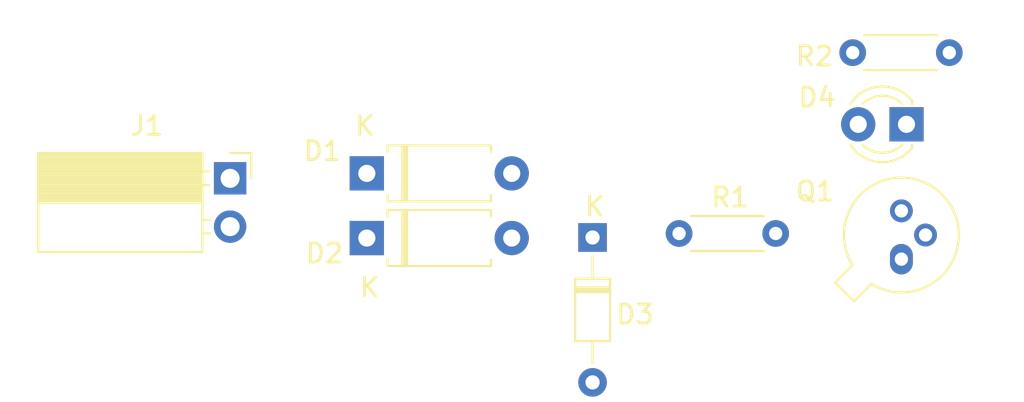
<source format=kicad_pcb>
(kicad_pcb (version 20171130) (host pcbnew "(5.1.8)-1")

  (general
    (thickness 1.6)
    (drawings 0)
    (tracks 0)
    (zones 0)
    (modules 8)
    (nets 9)
  )

  (page A4)
  (title_block
    (title "Diode  Anode/Cathode ratsnest test")
    (date 2021-01-01)
    (rev 1.0)
  )

  (layers
    (0 F.Cu signal)
    (31 B.Cu signal)
    (32 B.Adhes user)
    (33 F.Adhes user)
    (34 B.Paste user)
    (35 F.Paste user)
    (36 B.SilkS user)
    (37 F.SilkS user)
    (38 B.Mask user)
    (39 F.Mask user)
    (40 Dwgs.User user)
    (41 Cmts.User user)
    (42 Eco1.User user)
    (43 Eco2.User user)
    (44 Edge.Cuts user)
    (45 Margin user)
    (46 B.CrtYd user)
    (47 F.CrtYd user)
    (48 B.Fab user)
    (49 F.Fab user)
  )

  (setup
    (last_trace_width 0.25)
    (trace_clearance 0.2)
    (zone_clearance 0.508)
    (zone_45_only no)
    (trace_min 0.2)
    (via_size 0.8)
    (via_drill 0.4)
    (via_min_size 0.4)
    (via_min_drill 0.3)
    (uvia_size 0.3)
    (uvia_drill 0.1)
    (uvias_allowed no)
    (uvia_min_size 0.2)
    (uvia_min_drill 0.1)
    (edge_width 0.05)
    (segment_width 0.2)
    (pcb_text_width 0.3)
    (pcb_text_size 1.5 1.5)
    (mod_edge_width 0.12)
    (mod_text_size 1 1)
    (mod_text_width 0.15)
    (pad_size 1.524 1.524)
    (pad_drill 0.762)
    (pad_to_mask_clearance 0)
    (aux_axis_origin 0 0)
    (visible_elements 7FFFFFFF)
    (pcbplotparams
      (layerselection 0x010fc_ffffffff)
      (usegerberextensions false)
      (usegerberattributes true)
      (usegerberadvancedattributes true)
      (creategerberjobfile true)
      (excludeedgelayer true)
      (linewidth 0.100000)
      (plotframeref false)
      (viasonmask false)
      (mode 1)
      (useauxorigin false)
      (hpglpennumber 1)
      (hpglpenspeed 20)
      (hpglpendiameter 15.000000)
      (psnegative false)
      (psa4output false)
      (plotreference true)
      (plotvalue true)
      (plotinvisibletext false)
      (padsonsilk false)
      (subtractmaskfromsilk false)
      (outputformat 1)
      (mirror false)
      (drillshape 1)
      (scaleselection 1)
      (outputdirectory ""))
  )

  (net 0 "")
  (net 1 Cond_2)
  (net 2 "Net-(D1-Pad2)")
  (net 3 Cond_1)
  (net 4 GND)
  (net 5 "Net-(D4-Pad1)")
  (net 6 "Net-(D4-Pad2)")
  (net 7 "Net-(Q1-Pad2)")
  (net 8 VCC)

  (net_class Default "This is the default net class."
    (clearance 0.2)
    (trace_width 0.25)
    (via_dia 0.8)
    (via_drill 0.4)
    (uvia_dia 0.3)
    (uvia_drill 0.1)
    (add_net Cond_1)
    (add_net Cond_2)
    (add_net GND)
    (add_net "Net-(D1-Pad2)")
    (add_net "Net-(D4-Pad1)")
    (add_net "Net-(D4-Pad2)")
    (add_net "Net-(Q1-Pad2)")
    (add_net VCC)
  )

  (module Diode_THT:D_A-405_P7.62mm_Horizontal (layer F.Cu) (tedit 5AE50CD5) (tstamp 5FEF3FDC)
    (at 102.58 97.11)
    (descr "Diode, A-405 series, Axial, Horizontal, pin pitch=7.62mm, , length*diameter=5.2*2.7mm^2, , http://www.diodes.com/_files/packages/A-405.pdf")
    (tags "Diode A-405 series Axial Horizontal pin pitch 7.62mm  length 5.2mm diameter 2.7mm")
    (path /5FEEED82)
    (fp_text reference D1 (at -2.34 -1.18) (layer F.SilkS)
      (effects (font (size 1 1) (thickness 0.15)))
    )
    (fp_text value DIODE (at 4.02 -2.51) (layer F.Fab)
      (effects (font (size 1 1) (thickness 0.15)))
    )
    (fp_line (start 1.21 -1.35) (end 1.21 1.35) (layer F.Fab) (width 0.1))
    (fp_line (start 1.21 1.35) (end 6.41 1.35) (layer F.Fab) (width 0.1))
    (fp_line (start 6.41 1.35) (end 6.41 -1.35) (layer F.Fab) (width 0.1))
    (fp_line (start 6.41 -1.35) (end 1.21 -1.35) (layer F.Fab) (width 0.1))
    (fp_line (start 0 0) (end 1.21 0) (layer F.Fab) (width 0.1))
    (fp_line (start 7.62 0) (end 6.41 0) (layer F.Fab) (width 0.1))
    (fp_line (start 1.99 -1.35) (end 1.99 1.35) (layer F.Fab) (width 0.1))
    (fp_line (start 2.09 -1.35) (end 2.09 1.35) (layer F.Fab) (width 0.1))
    (fp_line (start 1.89 -1.35) (end 1.89 1.35) (layer F.Fab) (width 0.1))
    (fp_line (start 1.09 -1.14) (end 1.09 -1.47) (layer F.SilkS) (width 0.12))
    (fp_line (start 1.09 -1.47) (end 6.53 -1.47) (layer F.SilkS) (width 0.12))
    (fp_line (start 6.53 -1.47) (end 6.53 -1.14) (layer F.SilkS) (width 0.12))
    (fp_line (start 1.09 1.14) (end 1.09 1.47) (layer F.SilkS) (width 0.12))
    (fp_line (start 1.09 1.47) (end 6.53 1.47) (layer F.SilkS) (width 0.12))
    (fp_line (start 6.53 1.47) (end 6.53 1.14) (layer F.SilkS) (width 0.12))
    (fp_line (start 1.99 -1.47) (end 1.99 1.47) (layer F.SilkS) (width 0.12))
    (fp_line (start 2.11 -1.47) (end 2.11 1.47) (layer F.SilkS) (width 0.12))
    (fp_line (start 1.87 -1.47) (end 1.87 1.47) (layer F.SilkS) (width 0.12))
    (fp_line (start -1.15 -1.6) (end -1.15 1.6) (layer F.CrtYd) (width 0.05))
    (fp_line (start -1.15 1.6) (end 8.77 1.6) (layer F.CrtYd) (width 0.05))
    (fp_line (start 8.77 1.6) (end 8.77 -1.6) (layer F.CrtYd) (width 0.05))
    (fp_line (start 8.77 -1.6) (end -1.15 -1.6) (layer F.CrtYd) (width 0.05))
    (fp_text user %R (at 4.2 0) (layer F.Fab)
      (effects (font (size 1 1) (thickness 0.15)))
    )
    (fp_text user K (at -0.19 -0.11) (layer F.Fab)
      (effects (font (size 1 1) (thickness 0.15)))
    )
    (fp_text user K (at -0.11 -2.5) (layer F.SilkS)
      (effects (font (size 1 1) (thickness 0.15)))
    )
    (pad 1 thru_hole rect (at 0 0) (size 1.8 1.8) (drill 0.9) (layers *.Cu *.Mask)
      (net 3 Cond_1))
    (pad 2 thru_hole oval (at 7.62 0) (size 1.8 1.8) (drill 0.9) (layers *.Cu *.Mask)
      (net 2 "Net-(D1-Pad2)"))
    (model ${KISYS3DMOD}/Diode_THT.3dshapes/D_A-405_P7.62mm_Horizontal.wrl
      (at (xyz 0 0 0))
      (scale (xyz 1 1 1))
      (rotate (xyz 0 0 0))
    )
  )

  (module Diode_THT:D_A-405_P7.62mm_Horizontal (layer F.Cu) (tedit 5AE50CD5) (tstamp 5FEF3FFB)
    (at 102.58 100.51)
    (descr "Diode, A-405 series, Axial, Horizontal, pin pitch=7.62mm, , length*diameter=5.2*2.7mm^2, , http://www.diodes.com/_files/packages/A-405.pdf")
    (tags "Diode A-405 series Axial Horizontal pin pitch 7.62mm  length 5.2mm diameter 2.7mm")
    (path /5FEF2E4D)
    (fp_text reference D2 (at -2.23 0.8) (layer F.SilkS)
      (effects (font (size 1 1) (thickness 0.15)))
    )
    (fp_text value DIODE (at 4.4 2.54) (layer F.Fab)
      (effects (font (size 1 1) (thickness 0.15)))
    )
    (fp_line (start 8.77 -1.6) (end -1.15 -1.6) (layer F.CrtYd) (width 0.05))
    (fp_line (start 8.77 1.6) (end 8.77 -1.6) (layer F.CrtYd) (width 0.05))
    (fp_line (start -1.15 1.6) (end 8.77 1.6) (layer F.CrtYd) (width 0.05))
    (fp_line (start -1.15 -1.6) (end -1.15 1.6) (layer F.CrtYd) (width 0.05))
    (fp_line (start 1.87 -1.47) (end 1.87 1.47) (layer F.SilkS) (width 0.12))
    (fp_line (start 2.11 -1.47) (end 2.11 1.47) (layer F.SilkS) (width 0.12))
    (fp_line (start 1.99 -1.47) (end 1.99 1.47) (layer F.SilkS) (width 0.12))
    (fp_line (start 6.53 1.47) (end 6.53 1.14) (layer F.SilkS) (width 0.12))
    (fp_line (start 1.09 1.47) (end 6.53 1.47) (layer F.SilkS) (width 0.12))
    (fp_line (start 1.09 1.14) (end 1.09 1.47) (layer F.SilkS) (width 0.12))
    (fp_line (start 6.53 -1.47) (end 6.53 -1.14) (layer F.SilkS) (width 0.12))
    (fp_line (start 1.09 -1.47) (end 6.53 -1.47) (layer F.SilkS) (width 0.12))
    (fp_line (start 1.09 -1.14) (end 1.09 -1.47) (layer F.SilkS) (width 0.12))
    (fp_line (start 1.89 -1.35) (end 1.89 1.35) (layer F.Fab) (width 0.1))
    (fp_line (start 2.09 -1.35) (end 2.09 1.35) (layer F.Fab) (width 0.1))
    (fp_line (start 1.99 -1.35) (end 1.99 1.35) (layer F.Fab) (width 0.1))
    (fp_line (start 7.62 0) (end 6.41 0) (layer F.Fab) (width 0.1))
    (fp_line (start 0 0) (end 1.21 0) (layer F.Fab) (width 0.1))
    (fp_line (start 6.41 -1.35) (end 1.21 -1.35) (layer F.Fab) (width 0.1))
    (fp_line (start 6.41 1.35) (end 6.41 -1.35) (layer F.Fab) (width 0.1))
    (fp_line (start 1.21 1.35) (end 6.41 1.35) (layer F.Fab) (width 0.1))
    (fp_line (start 1.21 -1.35) (end 1.21 1.35) (layer F.Fab) (width 0.1))
    (fp_text user K (at 0.14 2.6) (layer F.SilkS)
      (effects (font (size 1 1) (thickness 0.15)))
    )
    (fp_text user K (at 0.05 0.28) (layer F.Fab)
      (effects (font (size 1 1) (thickness 0.15)))
    )
    (fp_text user %R (at 4.2 0) (layer F.Fab)
      (effects (font (size 1 1) (thickness 0.15)))
    )
    (pad 2 thru_hole oval (at 7.62 0) (size 1.8 1.8) (drill 0.9) (layers *.Cu *.Mask)
      (net 2 "Net-(D1-Pad2)"))
    (pad 1 thru_hole rect (at 0 0) (size 1.8 1.8) (drill 0.9) (layers *.Cu *.Mask)
      (net 1 Cond_2))
    (model ${KISYS3DMOD}/Diode_THT.3dshapes/D_A-405_P7.62mm_Horizontal.wrl
      (at (xyz 0 0 0))
      (scale (xyz 1 1 1))
      (rotate (xyz 0 0 0))
    )
  )

  (module Diode_THT:D_DO-34_SOD68_P7.62mm_Horizontal (layer F.Cu) (tedit 5AE50CD5) (tstamp 5FEF401A)
    (at 114.45 100.48 270)
    (descr "Diode, DO-34_SOD68 series, Axial, Horizontal, pin pitch=7.62mm, , length*diameter=3.04*1.6mm^2, , https://www.nxp.com/docs/en/data-sheet/KTY83_SER.pdf")
    (tags "Diode DO-34_SOD68 series Axial Horizontal pin pitch 7.62mm  length 3.04mm diameter 1.6mm")
    (path /5FEF219F)
    (fp_text reference D3 (at 4.05 -2.23 180) (layer F.SilkS)
      (effects (font (size 1 1) (thickness 0.15)))
    )
    (fp_text value 3.3V (at 4.28 2.81 180) (layer F.Fab)
      (effects (font (size 1 1) (thickness 0.15)))
    )
    (fp_line (start 2.29 -0.8) (end 2.29 0.8) (layer F.Fab) (width 0.1))
    (fp_line (start 2.29 0.8) (end 5.33 0.8) (layer F.Fab) (width 0.1))
    (fp_line (start 5.33 0.8) (end 5.33 -0.8) (layer F.Fab) (width 0.1))
    (fp_line (start 5.33 -0.8) (end 2.29 -0.8) (layer F.Fab) (width 0.1))
    (fp_line (start 0 0) (end 2.29 0) (layer F.Fab) (width 0.1))
    (fp_line (start 7.62 0) (end 5.33 0) (layer F.Fab) (width 0.1))
    (fp_line (start 2.746 -0.8) (end 2.746 0.8) (layer F.Fab) (width 0.1))
    (fp_line (start 2.846 -0.8) (end 2.846 0.8) (layer F.Fab) (width 0.1))
    (fp_line (start 2.646 -0.8) (end 2.646 0.8) (layer F.Fab) (width 0.1))
    (fp_line (start 2.17 -0.92) (end 2.17 0.92) (layer F.SilkS) (width 0.12))
    (fp_line (start 2.17 0.92) (end 5.45 0.92) (layer F.SilkS) (width 0.12))
    (fp_line (start 5.45 0.92) (end 5.45 -0.92) (layer F.SilkS) (width 0.12))
    (fp_line (start 5.45 -0.92) (end 2.17 -0.92) (layer F.SilkS) (width 0.12))
    (fp_line (start 0.99 0) (end 2.17 0) (layer F.SilkS) (width 0.12))
    (fp_line (start 6.63 0) (end 5.45 0) (layer F.SilkS) (width 0.12))
    (fp_line (start 2.746 -0.92) (end 2.746 0.92) (layer F.SilkS) (width 0.12))
    (fp_line (start 2.866 -0.92) (end 2.866 0.92) (layer F.SilkS) (width 0.12))
    (fp_line (start 2.626 -0.92) (end 2.626 0.92) (layer F.SilkS) (width 0.12))
    (fp_line (start -1 -1.05) (end -1 1.05) (layer F.CrtYd) (width 0.05))
    (fp_line (start -1 1.05) (end 8.63 1.05) (layer F.CrtYd) (width 0.05))
    (fp_line (start 8.63 1.05) (end 8.63 -1.05) (layer F.CrtYd) (width 0.05))
    (fp_line (start 8.63 -1.05) (end -1 -1.05) (layer F.CrtYd) (width 0.05))
    (fp_text user %R (at 4.038 0 90) (layer F.Fab)
      (effects (font (size 0.608 0.608) (thickness 0.0912)))
    )
    (fp_text user K (at 0.45 -0.26 180) (layer F.Fab)
      (effects (font (size 1 1) (thickness 0.15)))
    )
    (fp_text user K (at -1.63 -0.11 180) (layer F.SilkS)
      (effects (font (size 1 1) (thickness 0.15)))
    )
    (pad 1 thru_hole rect (at 0 0 270) (size 1.5 1.5) (drill 0.75) (layers *.Cu *.Mask)
      (net 2 "Net-(D1-Pad2)"))
    (pad 2 thru_hole oval (at 7.62 0 270) (size 1.5 1.5) (drill 0.75) (layers *.Cu *.Mask)
      (net 4 GND))
    (model ${KISYS3DMOD}/Diode_THT.3dshapes/D_DO-34_SOD68_P7.62mm_Horizontal.wrl
      (at (xyz 0 0 0))
      (scale (xyz 1 1 1))
      (rotate (xyz 0 0 0))
    )
  )

  (module LED_THT:LED_D3.0mm (layer F.Cu) (tedit 587A3A7B) (tstamp 5FEF402D)
    (at 130.96 94.53 180)
    (descr "LED, diameter 3.0mm, 2 pins")
    (tags "LED diameter 3.0mm 2 pins")
    (path /5FEED9ED)
    (fp_text reference D4 (at 4.7 1.42) (layer F.SilkS)
      (effects (font (size 1 1) (thickness 0.15)))
    )
    (fp_text value LED (at -2.62 -0.26) (layer F.Fab)
      (effects (font (size 1 1) (thickness 0.15)))
    )
    (fp_circle (center 1.27 0) (end 2.77 0) (layer F.Fab) (width 0.1))
    (fp_line (start -0.23 -1.16619) (end -0.23 1.16619) (layer F.Fab) (width 0.1))
    (fp_line (start -0.29 -1.236) (end -0.29 -1.08) (layer F.SilkS) (width 0.12))
    (fp_line (start -0.29 1.08) (end -0.29 1.236) (layer F.SilkS) (width 0.12))
    (fp_line (start -1.15 -2.25) (end -1.15 2.25) (layer F.CrtYd) (width 0.05))
    (fp_line (start -1.15 2.25) (end 3.7 2.25) (layer F.CrtYd) (width 0.05))
    (fp_line (start 3.7 2.25) (end 3.7 -2.25) (layer F.CrtYd) (width 0.05))
    (fp_line (start 3.7 -2.25) (end -1.15 -2.25) (layer F.CrtYd) (width 0.05))
    (fp_arc (start 1.27 0) (end -0.23 -1.16619) (angle 284.3) (layer F.Fab) (width 0.1))
    (fp_arc (start 1.27 0) (end -0.29 -1.235516) (angle 108.8) (layer F.SilkS) (width 0.12))
    (fp_arc (start 1.27 0) (end -0.29 1.235516) (angle -108.8) (layer F.SilkS) (width 0.12))
    (fp_arc (start 1.27 0) (end 0.229039 -1.08) (angle 87.9) (layer F.SilkS) (width 0.12))
    (fp_arc (start 1.27 0) (end 0.229039 1.08) (angle -87.9) (layer F.SilkS) (width 0.12))
    (pad 1 thru_hole rect (at 0 0 180) (size 1.8 1.8) (drill 0.9) (layers *.Cu *.Mask)
      (net 5 "Net-(D4-Pad1)"))
    (pad 2 thru_hole circle (at 2.54 0 180) (size 1.8 1.8) (drill 0.9) (layers *.Cu *.Mask)
      (net 6 "Net-(D4-Pad2)"))
    (model ${KISYS3DMOD}/LED_THT.3dshapes/LED_D3.0mm.wrl
      (at (xyz 0 0 0))
      (scale (xyz 1 1 1))
      (rotate (xyz 0 0 0))
    )
  )

  (module Connector_PinSocket_2.54mm:PinSocket_1x02_P2.54mm_Horizontal (layer F.Cu) (tedit 5A19A41B) (tstamp 5FEF4063)
    (at 95.39 97.37)
    (descr "Through hole angled socket strip, 1x02, 2.54mm pitch, 8.51mm socket length, single row (from Kicad 4.0.7), script generated")
    (tags "Through hole angled socket strip THT 1x02 2.54mm single row")
    (path /5FEFA9F3)
    (fp_text reference J1 (at -4.38 -2.77) (layer F.SilkS)
      (effects (font (size 1 1) (thickness 0.15)))
    )
    (fp_text value Conn_01x02_Female (at -4.38 5.31) (layer F.Fab)
      (effects (font (size 1 1) (thickness 0.15)))
    )
    (fp_line (start -10.03 -1.27) (end -2.49 -1.27) (layer F.Fab) (width 0.1))
    (fp_line (start -2.49 -1.27) (end -1.52 -0.3) (layer F.Fab) (width 0.1))
    (fp_line (start -1.52 -0.3) (end -1.52 3.81) (layer F.Fab) (width 0.1))
    (fp_line (start -1.52 3.81) (end -10.03 3.81) (layer F.Fab) (width 0.1))
    (fp_line (start -10.03 3.81) (end -10.03 -1.27) (layer F.Fab) (width 0.1))
    (fp_line (start 0 -0.3) (end -1.52 -0.3) (layer F.Fab) (width 0.1))
    (fp_line (start -1.52 0.3) (end 0 0.3) (layer F.Fab) (width 0.1))
    (fp_line (start 0 0.3) (end 0 -0.3) (layer F.Fab) (width 0.1))
    (fp_line (start 0 2.24) (end -1.52 2.24) (layer F.Fab) (width 0.1))
    (fp_line (start -1.52 2.84) (end 0 2.84) (layer F.Fab) (width 0.1))
    (fp_line (start 0 2.84) (end 0 2.24) (layer F.Fab) (width 0.1))
    (fp_line (start -10.09 -1.21) (end -1.46 -1.21) (layer F.SilkS) (width 0.12))
    (fp_line (start -10.09 -1.091905) (end -1.46 -1.091905) (layer F.SilkS) (width 0.12))
    (fp_line (start -10.09 -0.97381) (end -1.46 -0.97381) (layer F.SilkS) (width 0.12))
    (fp_line (start -10.09 -0.855715) (end -1.46 -0.855715) (layer F.SilkS) (width 0.12))
    (fp_line (start -10.09 -0.73762) (end -1.46 -0.73762) (layer F.SilkS) (width 0.12))
    (fp_line (start -10.09 -0.619525) (end -1.46 -0.619525) (layer F.SilkS) (width 0.12))
    (fp_line (start -10.09 -0.50143) (end -1.46 -0.50143) (layer F.SilkS) (width 0.12))
    (fp_line (start -10.09 -0.383335) (end -1.46 -0.383335) (layer F.SilkS) (width 0.12))
    (fp_line (start -10.09 -0.26524) (end -1.46 -0.26524) (layer F.SilkS) (width 0.12))
    (fp_line (start -10.09 -0.147145) (end -1.46 -0.147145) (layer F.SilkS) (width 0.12))
    (fp_line (start -10.09 -0.02905) (end -1.46 -0.02905) (layer F.SilkS) (width 0.12))
    (fp_line (start -10.09 0.089045) (end -1.46 0.089045) (layer F.SilkS) (width 0.12))
    (fp_line (start -10.09 0.20714) (end -1.46 0.20714) (layer F.SilkS) (width 0.12))
    (fp_line (start -10.09 0.325235) (end -1.46 0.325235) (layer F.SilkS) (width 0.12))
    (fp_line (start -10.09 0.44333) (end -1.46 0.44333) (layer F.SilkS) (width 0.12))
    (fp_line (start -10.09 0.561425) (end -1.46 0.561425) (layer F.SilkS) (width 0.12))
    (fp_line (start -10.09 0.67952) (end -1.46 0.67952) (layer F.SilkS) (width 0.12))
    (fp_line (start -10.09 0.797615) (end -1.46 0.797615) (layer F.SilkS) (width 0.12))
    (fp_line (start -10.09 0.91571) (end -1.46 0.91571) (layer F.SilkS) (width 0.12))
    (fp_line (start -10.09 1.033805) (end -1.46 1.033805) (layer F.SilkS) (width 0.12))
    (fp_line (start -10.09 1.1519) (end -1.46 1.1519) (layer F.SilkS) (width 0.12))
    (fp_line (start -1.46 -0.36) (end -1.11 -0.36) (layer F.SilkS) (width 0.12))
    (fp_line (start -1.46 0.36) (end -1.11 0.36) (layer F.SilkS) (width 0.12))
    (fp_line (start -1.46 2.18) (end -1.05 2.18) (layer F.SilkS) (width 0.12))
    (fp_line (start -1.46 2.9) (end -1.05 2.9) (layer F.SilkS) (width 0.12))
    (fp_line (start -10.09 1.27) (end -1.46 1.27) (layer F.SilkS) (width 0.12))
    (fp_line (start -10.09 -1.33) (end -1.46 -1.33) (layer F.SilkS) (width 0.12))
    (fp_line (start -1.46 -1.33) (end -1.46 3.87) (layer F.SilkS) (width 0.12))
    (fp_line (start -10.09 3.87) (end -1.46 3.87) (layer F.SilkS) (width 0.12))
    (fp_line (start -10.09 -1.33) (end -10.09 3.87) (layer F.SilkS) (width 0.12))
    (fp_line (start 1.11 -1.33) (end 1.11 0) (layer F.SilkS) (width 0.12))
    (fp_line (start 0 -1.33) (end 1.11 -1.33) (layer F.SilkS) (width 0.12))
    (fp_line (start 1.75 -1.75) (end -10.55 -1.75) (layer F.CrtYd) (width 0.05))
    (fp_line (start -10.55 -1.75) (end -10.55 4.35) (layer F.CrtYd) (width 0.05))
    (fp_line (start -10.55 4.35) (end 1.75 4.35) (layer F.CrtYd) (width 0.05))
    (fp_line (start 1.75 4.35) (end 1.75 -1.75) (layer F.CrtYd) (width 0.05))
    (fp_text user %R (at -5.46 2.42) (layer F.Fab)
      (effects (font (size 1 1) (thickness 0.15)))
    )
    (pad 1 thru_hole rect (at 0 0) (size 1.7 1.7) (drill 1) (layers *.Cu *.Mask)
      (net 3 Cond_1))
    (pad 2 thru_hole oval (at 0 2.54) (size 1.7 1.7) (drill 1) (layers *.Cu *.Mask)
      (net 1 Cond_2))
    (model ${KISYS3DMOD}/Connector_PinSocket_2.54mm.3dshapes/PinSocket_1x02_P2.54mm_Horizontal.wrl
      (at (xyz 0 0 0))
      (scale (xyz 1 1 1))
      (rotate (xyz 0 0 0))
    )
  )

  (module Package_TO_SOT_THT:TO-18-3 (layer F.Cu) (tedit 5A02FF81) (tstamp 5FEF4078)
    (at 130.69 101.62 90)
    (descr TO-18-3)
    (tags TO-18-3)
    (path /5FEEE6D2)
    (fp_text reference Q1 (at 3.57 -4.54 180) (layer F.SilkS)
      (effects (font (size 1 1) (thickness 0.15)))
    )
    (fp_text value NPN (at 0.69 4.78 180) (layer F.Fab)
      (effects (font (size 1 1) (thickness 0.15)))
    )
    (fp_line (start -0.329057 -2.419301) (end -1.156372 -3.246616) (layer F.Fab) (width 0.1))
    (fp_line (start -1.156372 -3.246616) (end -1.976616 -2.426372) (layer F.Fab) (width 0.1))
    (fp_line (start -1.976616 -2.426372) (end -1.149301 -1.599057) (layer F.Fab) (width 0.1))
    (fp_line (start -0.312331 -2.572281) (end -1.224499 -3.484448) (layer F.SilkS) (width 0.12))
    (fp_line (start -1.224499 -3.484448) (end -2.214448 -2.494499) (layer F.SilkS) (width 0.12))
    (fp_line (start -2.214448 -2.494499) (end -1.302281 -1.582331) (layer F.SilkS) (width 0.12))
    (fp_line (start -2.23 -3.5) (end -2.23 3.15) (layer F.CrtYd) (width 0.05))
    (fp_line (start -2.23 3.15) (end 4.42 3.15) (layer F.CrtYd) (width 0.05))
    (fp_line (start 4.42 3.15) (end 4.42 -3.5) (layer F.CrtYd) (width 0.05))
    (fp_line (start 4.42 -3.5) (end -2.23 -3.5) (layer F.CrtYd) (width 0.05))
    (fp_circle (center 1.27 0) (end 3.67 0) (layer F.Fab) (width 0.1))
    (fp_text user %R (at 3.72 4.25 180) (layer F.Fab)
      (effects (font (size 1 1) (thickness 0.15)))
    )
    (fp_arc (start 1.27 0) (end -0.329057 -2.419301) (angle 336.9) (layer F.Fab) (width 0.1))
    (fp_arc (start 1.27 0) (end -0.312331 -2.572281) (angle 333.2) (layer F.SilkS) (width 0.12))
    (pad 1 thru_hole oval (at 0 0 90) (size 1.6 1.2) (drill 0.7) (layers *.Cu *.Mask)
      (net 4 GND))
    (pad 2 thru_hole oval (at 1.27 1.27 90) (size 1.2 1.2) (drill 0.7) (layers *.Cu *.Mask)
      (net 7 "Net-(Q1-Pad2)"))
    (pad 3 thru_hole oval (at 2.54 0 90) (size 1.2 1.2) (drill 0.7) (layers *.Cu *.Mask)
      (net 5 "Net-(D4-Pad1)"))
    (model ${KISYS3DMOD}/Package_TO_SOT_THT.3dshapes/TO-18-3.wrl
      (at (xyz 0 0 0))
      (scale (xyz 1 1 1))
      (rotate (xyz 0 0 0))
    )
  )

  (module Resistor_THT:R_Axial_DIN0204_L3.6mm_D1.6mm_P5.08mm_Horizontal (layer F.Cu) (tedit 5AE5139B) (tstamp 5FEF408B)
    (at 124.08 100.27 180)
    (descr "Resistor, Axial_DIN0204 series, Axial, Horizontal, pin pitch=5.08mm, 0.167W, length*diameter=3.6*1.6mm^2, http://cdn-reichelt.de/documents/datenblatt/B400/1_4W%23YAG.pdf")
    (tags "Resistor Axial_DIN0204 series Axial Horizontal pin pitch 5.08mm 0.167W length 3.6mm diameter 1.6mm")
    (path /5FEF0DFC)
    (fp_text reference R1 (at 2.4 1.9) (layer F.SilkS)
      (effects (font (size 1 1) (thickness 0.15)))
    )
    (fp_text value 39k (at 2.55 -1.93) (layer F.Fab)
      (effects (font (size 1 1) (thickness 0.15)))
    )
    (fp_line (start 0.74 -0.8) (end 0.74 0.8) (layer F.Fab) (width 0.1))
    (fp_line (start 0.74 0.8) (end 4.34 0.8) (layer F.Fab) (width 0.1))
    (fp_line (start 4.34 0.8) (end 4.34 -0.8) (layer F.Fab) (width 0.1))
    (fp_line (start 4.34 -0.8) (end 0.74 -0.8) (layer F.Fab) (width 0.1))
    (fp_line (start 0 0) (end 0.74 0) (layer F.Fab) (width 0.1))
    (fp_line (start 5.08 0) (end 4.34 0) (layer F.Fab) (width 0.1))
    (fp_line (start 0.62 -0.92) (end 4.46 -0.92) (layer F.SilkS) (width 0.12))
    (fp_line (start 0.62 0.92) (end 4.46 0.92) (layer F.SilkS) (width 0.12))
    (fp_line (start -0.95 -1.05) (end -0.95 1.05) (layer F.CrtYd) (width 0.05))
    (fp_line (start -0.95 1.05) (end 6.03 1.05) (layer F.CrtYd) (width 0.05))
    (fp_line (start 6.03 1.05) (end 6.03 -1.05) (layer F.CrtYd) (width 0.05))
    (fp_line (start 6.03 -1.05) (end -0.95 -1.05) (layer F.CrtYd) (width 0.05))
    (fp_text user %R (at 2.54 0) (layer F.Fab)
      (effects (font (size 0.72 0.72) (thickness 0.108)))
    )
    (pad 1 thru_hole circle (at 0 0 180) (size 1.4 1.4) (drill 0.7) (layers *.Cu *.Mask)
      (net 7 "Net-(Q1-Pad2)"))
    (pad 2 thru_hole oval (at 5.08 0 180) (size 1.4 1.4) (drill 0.7) (layers *.Cu *.Mask)
      (net 2 "Net-(D1-Pad2)"))
    (model ${KISYS3DMOD}/Resistor_THT.3dshapes/R_Axial_DIN0204_L3.6mm_D1.6mm_P5.08mm_Horizontal.wrl
      (at (xyz 0 0 0))
      (scale (xyz 1 1 1))
      (rotate (xyz 0 0 0))
    )
  )

  (module Resistor_THT:R_Axial_DIN0204_L3.6mm_D1.6mm_P5.08mm_Horizontal (layer F.Cu) (tedit 5AE5139B) (tstamp 5FEF409E)
    (at 133.21 90.76 180)
    (descr "Resistor, Axial_DIN0204 series, Axial, Horizontal, pin pitch=5.08mm, 0.167W, length*diameter=3.6*1.6mm^2, http://cdn-reichelt.de/documents/datenblatt/B400/1_4W%23YAG.pdf")
    (tags "Resistor Axial_DIN0204 series Axial Horizontal pin pitch 5.08mm 0.167W length 3.6mm diameter 1.6mm")
    (path /5FEEE025)
    (fp_text reference R2 (at 7.09 -0.19) (layer F.SilkS)
      (effects (font (size 1 1) (thickness 0.15)))
    )
    (fp_text value 470 (at 2.54 1.92) (layer F.Fab)
      (effects (font (size 1 1) (thickness 0.15)))
    )
    (fp_line (start 6.03 -1.05) (end -0.95 -1.05) (layer F.CrtYd) (width 0.05))
    (fp_line (start 6.03 1.05) (end 6.03 -1.05) (layer F.CrtYd) (width 0.05))
    (fp_line (start -0.95 1.05) (end 6.03 1.05) (layer F.CrtYd) (width 0.05))
    (fp_line (start -0.95 -1.05) (end -0.95 1.05) (layer F.CrtYd) (width 0.05))
    (fp_line (start 0.62 0.92) (end 4.46 0.92) (layer F.SilkS) (width 0.12))
    (fp_line (start 0.62 -0.92) (end 4.46 -0.92) (layer F.SilkS) (width 0.12))
    (fp_line (start 5.08 0) (end 4.34 0) (layer F.Fab) (width 0.1))
    (fp_line (start 0 0) (end 0.74 0) (layer F.Fab) (width 0.1))
    (fp_line (start 4.34 -0.8) (end 0.74 -0.8) (layer F.Fab) (width 0.1))
    (fp_line (start 4.34 0.8) (end 4.34 -0.8) (layer F.Fab) (width 0.1))
    (fp_line (start 0.74 0.8) (end 4.34 0.8) (layer F.Fab) (width 0.1))
    (fp_line (start 0.74 -0.8) (end 0.74 0.8) (layer F.Fab) (width 0.1))
    (fp_text user %R (at 2.54 0) (layer F.Fab)
      (effects (font (size 0.72 0.72) (thickness 0.108)))
    )
    (pad 2 thru_hole oval (at 5.08 0 180) (size 1.4 1.4) (drill 0.7) (layers *.Cu *.Mask)
      (net 6 "Net-(D4-Pad2)"))
    (pad 1 thru_hole circle (at 0 0 180) (size 1.4 1.4) (drill 0.7) (layers *.Cu *.Mask)
      (net 8 VCC))
    (model ${KISYS3DMOD}/Resistor_THT.3dshapes/R_Axial_DIN0204_L3.6mm_D1.6mm_P5.08mm_Horizontal.wrl
      (at (xyz 0 0 0))
      (scale (xyz 1 1 1))
      (rotate (xyz 0 0 0))
    )
  )

)

</source>
